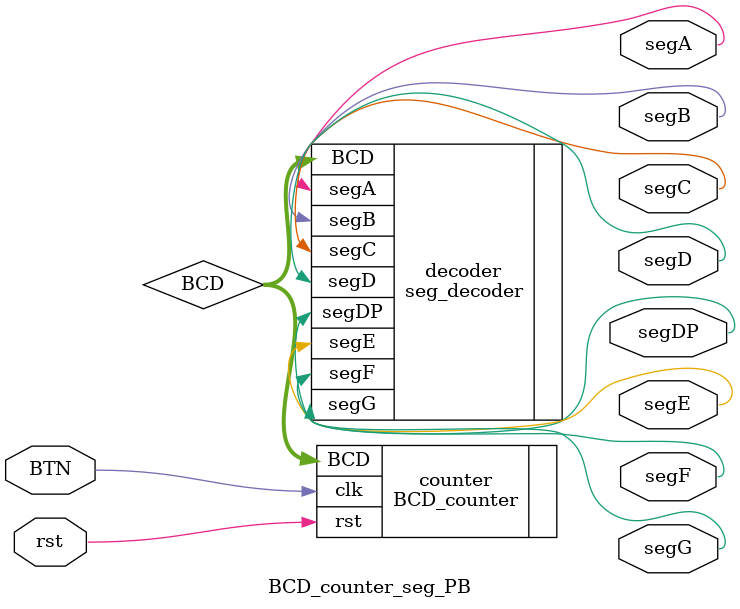
<source format=v>

`timescale 1ns / 100ps


//`define DEBOUNCE

module BCD_counter_seg_PB(

   input  BTN,
   input  rst,

   //input  clk,
   
   output segA,
   output segB,
   output segC,
   output segD,
   output segE,
   output segF,
   output segG,
   output segDP ) ;



   // enable/disable the usage of a single-pulse generator as a debouncer
   
   `ifdef DEBOUNCE
   reg q0, q1, q2 ;
   
   always @(posedge clk) begin
      q0 <= BTN ;
      q1 <= q0 ;
      q2 <= q0 & (~q1) ;
   end
   `endif
   
   // BCD counter

   wire [3:0] BCD ;

   BCD_counter  counter(

      .clk  (  BTN ),
      .rst  (  rst ),
      .BCD  (  BCD )

   ) ;      



   // 7-segment decoder

   seg_decoder  decoder(

      .BCD   (   BCD ),
      .segA  (  segA ),
      .segB  (  segB ),
      .segC  (  segC ),
      .segD  (  segD ),
      .segE  (  segE ),
      .segF  (  segF ),
      .segG  (  segG ),
      .segDP ( segDP )

   ) ;

   
endmodule

</source>
